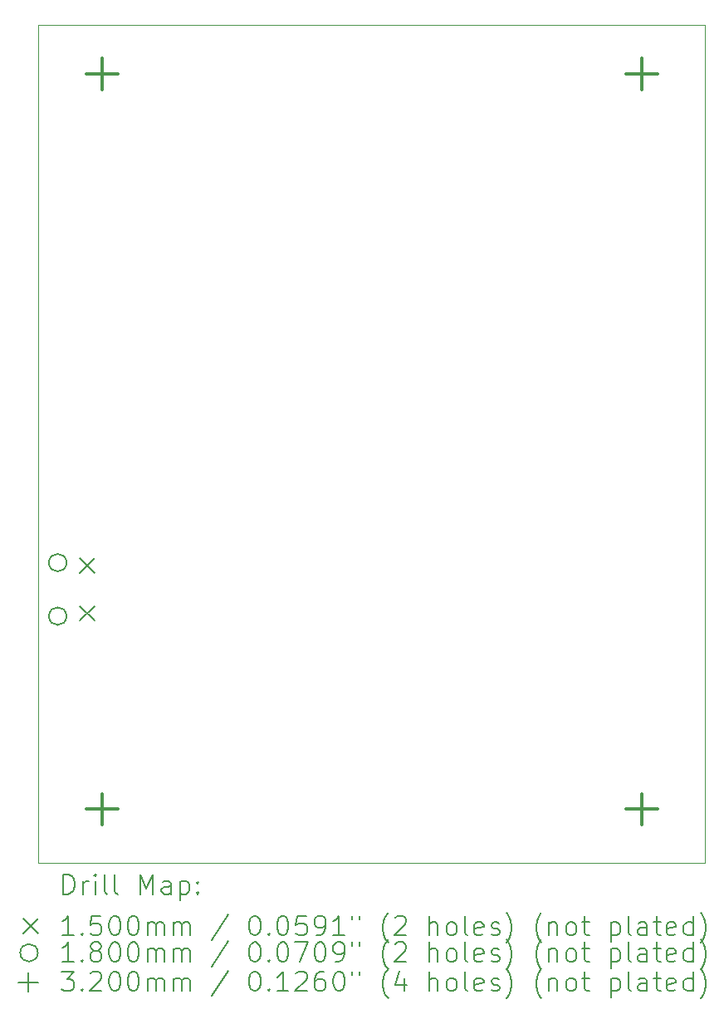
<source format=gbr>
%TF.GenerationSoftware,KiCad,Pcbnew,9.0.0*%
%TF.CreationDate,2025-05-15T15:19:50-04:00*%
%TF.ProjectId,blood_pressure,626c6f6f-645f-4707-9265-73737572652e,rev?*%
%TF.SameCoordinates,Original*%
%TF.FileFunction,Drillmap*%
%TF.FilePolarity,Positive*%
%FSLAX45Y45*%
G04 Gerber Fmt 4.5, Leading zero omitted, Abs format (unit mm)*
G04 Created by KiCad (PCBNEW 9.0.0) date 2025-05-15 15:19:50*
%MOMM*%
%LPD*%
G01*
G04 APERTURE LIST*
%ADD10C,0.050000*%
%ADD11C,0.200000*%
%ADD12C,0.150000*%
%ADD13C,0.180000*%
%ADD14C,0.320000*%
G04 APERTURE END LIST*
D10*
X10596000Y-2250000D02*
X10596000Y-10800000D01*
X10596000Y-2250000D02*
X17400000Y-2250000D01*
X17400000Y-10800000D02*
X17400000Y-2250000D01*
X10596000Y-10800000D02*
X17400000Y-10800000D01*
D11*
D12*
X11024000Y-7690910D02*
X11174000Y-7840910D01*
X11174000Y-7690910D02*
X11024000Y-7840910D01*
X11024000Y-8175910D02*
X11174000Y-8325910D01*
X11174000Y-8175910D02*
X11024000Y-8325910D01*
D13*
X10886000Y-7735910D02*
G75*
G02*
X10706000Y-7735910I-90000J0D01*
G01*
X10706000Y-7735910D02*
G75*
G02*
X10886000Y-7735910I90000J0D01*
G01*
X10886000Y-8280910D02*
G75*
G02*
X10706000Y-8280910I-90000J0D01*
G01*
X10706000Y-8280910D02*
G75*
G02*
X10886000Y-8280910I90000J0D01*
G01*
D14*
X11250000Y-2590000D02*
X11250000Y-2910000D01*
X11090000Y-2750000D02*
X11410000Y-2750000D01*
X11250000Y-10090000D02*
X11250000Y-10410000D01*
X11090000Y-10250000D02*
X11410000Y-10250000D01*
X16750000Y-2590000D02*
X16750000Y-2910000D01*
X16590000Y-2750000D02*
X16910000Y-2750000D01*
X16750000Y-10090000D02*
X16750000Y-10410000D01*
X16590000Y-10250000D02*
X16910000Y-10250000D01*
D11*
X10854277Y-11113984D02*
X10854277Y-10913984D01*
X10854277Y-10913984D02*
X10901896Y-10913984D01*
X10901896Y-10913984D02*
X10930467Y-10923508D01*
X10930467Y-10923508D02*
X10949515Y-10942555D01*
X10949515Y-10942555D02*
X10959039Y-10961603D01*
X10959039Y-10961603D02*
X10968563Y-10999698D01*
X10968563Y-10999698D02*
X10968563Y-11028270D01*
X10968563Y-11028270D02*
X10959039Y-11066365D01*
X10959039Y-11066365D02*
X10949515Y-11085412D01*
X10949515Y-11085412D02*
X10930467Y-11104460D01*
X10930467Y-11104460D02*
X10901896Y-11113984D01*
X10901896Y-11113984D02*
X10854277Y-11113984D01*
X11054277Y-11113984D02*
X11054277Y-10980650D01*
X11054277Y-11018746D02*
X11063801Y-10999698D01*
X11063801Y-10999698D02*
X11073324Y-10990174D01*
X11073324Y-10990174D02*
X11092372Y-10980650D01*
X11092372Y-10980650D02*
X11111420Y-10980650D01*
X11178086Y-11113984D02*
X11178086Y-10980650D01*
X11178086Y-10913984D02*
X11168563Y-10923508D01*
X11168563Y-10923508D02*
X11178086Y-10933031D01*
X11178086Y-10933031D02*
X11187610Y-10923508D01*
X11187610Y-10923508D02*
X11178086Y-10913984D01*
X11178086Y-10913984D02*
X11178086Y-10933031D01*
X11301896Y-11113984D02*
X11282848Y-11104460D01*
X11282848Y-11104460D02*
X11273324Y-11085412D01*
X11273324Y-11085412D02*
X11273324Y-10913984D01*
X11406658Y-11113984D02*
X11387610Y-11104460D01*
X11387610Y-11104460D02*
X11378086Y-11085412D01*
X11378086Y-11085412D02*
X11378086Y-10913984D01*
X11635229Y-11113984D02*
X11635229Y-10913984D01*
X11635229Y-10913984D02*
X11701896Y-11056841D01*
X11701896Y-11056841D02*
X11768562Y-10913984D01*
X11768562Y-10913984D02*
X11768562Y-11113984D01*
X11949515Y-11113984D02*
X11949515Y-11009222D01*
X11949515Y-11009222D02*
X11939991Y-10990174D01*
X11939991Y-10990174D02*
X11920943Y-10980650D01*
X11920943Y-10980650D02*
X11882848Y-10980650D01*
X11882848Y-10980650D02*
X11863801Y-10990174D01*
X11949515Y-11104460D02*
X11930467Y-11113984D01*
X11930467Y-11113984D02*
X11882848Y-11113984D01*
X11882848Y-11113984D02*
X11863801Y-11104460D01*
X11863801Y-11104460D02*
X11854277Y-11085412D01*
X11854277Y-11085412D02*
X11854277Y-11066365D01*
X11854277Y-11066365D02*
X11863801Y-11047317D01*
X11863801Y-11047317D02*
X11882848Y-11037793D01*
X11882848Y-11037793D02*
X11930467Y-11037793D01*
X11930467Y-11037793D02*
X11949515Y-11028270D01*
X12044753Y-10980650D02*
X12044753Y-11180650D01*
X12044753Y-10990174D02*
X12063801Y-10980650D01*
X12063801Y-10980650D02*
X12101896Y-10980650D01*
X12101896Y-10980650D02*
X12120943Y-10990174D01*
X12120943Y-10990174D02*
X12130467Y-10999698D01*
X12130467Y-10999698D02*
X12139991Y-11018746D01*
X12139991Y-11018746D02*
X12139991Y-11075889D01*
X12139991Y-11075889D02*
X12130467Y-11094936D01*
X12130467Y-11094936D02*
X12120943Y-11104460D01*
X12120943Y-11104460D02*
X12101896Y-11113984D01*
X12101896Y-11113984D02*
X12063801Y-11113984D01*
X12063801Y-11113984D02*
X12044753Y-11104460D01*
X12225705Y-11094936D02*
X12235229Y-11104460D01*
X12235229Y-11104460D02*
X12225705Y-11113984D01*
X12225705Y-11113984D02*
X12216182Y-11104460D01*
X12216182Y-11104460D02*
X12225705Y-11094936D01*
X12225705Y-11094936D02*
X12225705Y-11113984D01*
X12225705Y-10990174D02*
X12235229Y-10999698D01*
X12235229Y-10999698D02*
X12225705Y-11009222D01*
X12225705Y-11009222D02*
X12216182Y-10999698D01*
X12216182Y-10999698D02*
X12225705Y-10990174D01*
X12225705Y-10990174D02*
X12225705Y-11009222D01*
D12*
X10443500Y-11367500D02*
X10593500Y-11517500D01*
X10593500Y-11367500D02*
X10443500Y-11517500D01*
D11*
X10959039Y-11533984D02*
X10844753Y-11533984D01*
X10901896Y-11533984D02*
X10901896Y-11333984D01*
X10901896Y-11333984D02*
X10882848Y-11362555D01*
X10882848Y-11362555D02*
X10863801Y-11381603D01*
X10863801Y-11381603D02*
X10844753Y-11391127D01*
X11044753Y-11514936D02*
X11054277Y-11524460D01*
X11054277Y-11524460D02*
X11044753Y-11533984D01*
X11044753Y-11533984D02*
X11035229Y-11524460D01*
X11035229Y-11524460D02*
X11044753Y-11514936D01*
X11044753Y-11514936D02*
X11044753Y-11533984D01*
X11235229Y-11333984D02*
X11139991Y-11333984D01*
X11139991Y-11333984D02*
X11130467Y-11429222D01*
X11130467Y-11429222D02*
X11139991Y-11419698D01*
X11139991Y-11419698D02*
X11159039Y-11410174D01*
X11159039Y-11410174D02*
X11206658Y-11410174D01*
X11206658Y-11410174D02*
X11225705Y-11419698D01*
X11225705Y-11419698D02*
X11235229Y-11429222D01*
X11235229Y-11429222D02*
X11244753Y-11448269D01*
X11244753Y-11448269D02*
X11244753Y-11495888D01*
X11244753Y-11495888D02*
X11235229Y-11514936D01*
X11235229Y-11514936D02*
X11225705Y-11524460D01*
X11225705Y-11524460D02*
X11206658Y-11533984D01*
X11206658Y-11533984D02*
X11159039Y-11533984D01*
X11159039Y-11533984D02*
X11139991Y-11524460D01*
X11139991Y-11524460D02*
X11130467Y-11514936D01*
X11368562Y-11333984D02*
X11387610Y-11333984D01*
X11387610Y-11333984D02*
X11406658Y-11343508D01*
X11406658Y-11343508D02*
X11416182Y-11353031D01*
X11416182Y-11353031D02*
X11425705Y-11372079D01*
X11425705Y-11372079D02*
X11435229Y-11410174D01*
X11435229Y-11410174D02*
X11435229Y-11457793D01*
X11435229Y-11457793D02*
X11425705Y-11495888D01*
X11425705Y-11495888D02*
X11416182Y-11514936D01*
X11416182Y-11514936D02*
X11406658Y-11524460D01*
X11406658Y-11524460D02*
X11387610Y-11533984D01*
X11387610Y-11533984D02*
X11368562Y-11533984D01*
X11368562Y-11533984D02*
X11349515Y-11524460D01*
X11349515Y-11524460D02*
X11339991Y-11514936D01*
X11339991Y-11514936D02*
X11330467Y-11495888D01*
X11330467Y-11495888D02*
X11320943Y-11457793D01*
X11320943Y-11457793D02*
X11320943Y-11410174D01*
X11320943Y-11410174D02*
X11330467Y-11372079D01*
X11330467Y-11372079D02*
X11339991Y-11353031D01*
X11339991Y-11353031D02*
X11349515Y-11343508D01*
X11349515Y-11343508D02*
X11368562Y-11333984D01*
X11559039Y-11333984D02*
X11578086Y-11333984D01*
X11578086Y-11333984D02*
X11597134Y-11343508D01*
X11597134Y-11343508D02*
X11606658Y-11353031D01*
X11606658Y-11353031D02*
X11616182Y-11372079D01*
X11616182Y-11372079D02*
X11625705Y-11410174D01*
X11625705Y-11410174D02*
X11625705Y-11457793D01*
X11625705Y-11457793D02*
X11616182Y-11495888D01*
X11616182Y-11495888D02*
X11606658Y-11514936D01*
X11606658Y-11514936D02*
X11597134Y-11524460D01*
X11597134Y-11524460D02*
X11578086Y-11533984D01*
X11578086Y-11533984D02*
X11559039Y-11533984D01*
X11559039Y-11533984D02*
X11539991Y-11524460D01*
X11539991Y-11524460D02*
X11530467Y-11514936D01*
X11530467Y-11514936D02*
X11520943Y-11495888D01*
X11520943Y-11495888D02*
X11511420Y-11457793D01*
X11511420Y-11457793D02*
X11511420Y-11410174D01*
X11511420Y-11410174D02*
X11520943Y-11372079D01*
X11520943Y-11372079D02*
X11530467Y-11353031D01*
X11530467Y-11353031D02*
X11539991Y-11343508D01*
X11539991Y-11343508D02*
X11559039Y-11333984D01*
X11711420Y-11533984D02*
X11711420Y-11400650D01*
X11711420Y-11419698D02*
X11720943Y-11410174D01*
X11720943Y-11410174D02*
X11739991Y-11400650D01*
X11739991Y-11400650D02*
X11768563Y-11400650D01*
X11768563Y-11400650D02*
X11787610Y-11410174D01*
X11787610Y-11410174D02*
X11797134Y-11429222D01*
X11797134Y-11429222D02*
X11797134Y-11533984D01*
X11797134Y-11429222D02*
X11806658Y-11410174D01*
X11806658Y-11410174D02*
X11825705Y-11400650D01*
X11825705Y-11400650D02*
X11854277Y-11400650D01*
X11854277Y-11400650D02*
X11873324Y-11410174D01*
X11873324Y-11410174D02*
X11882848Y-11429222D01*
X11882848Y-11429222D02*
X11882848Y-11533984D01*
X11978086Y-11533984D02*
X11978086Y-11400650D01*
X11978086Y-11419698D02*
X11987610Y-11410174D01*
X11987610Y-11410174D02*
X12006658Y-11400650D01*
X12006658Y-11400650D02*
X12035229Y-11400650D01*
X12035229Y-11400650D02*
X12054277Y-11410174D01*
X12054277Y-11410174D02*
X12063801Y-11429222D01*
X12063801Y-11429222D02*
X12063801Y-11533984D01*
X12063801Y-11429222D02*
X12073324Y-11410174D01*
X12073324Y-11410174D02*
X12092372Y-11400650D01*
X12092372Y-11400650D02*
X12120943Y-11400650D01*
X12120943Y-11400650D02*
X12139991Y-11410174D01*
X12139991Y-11410174D02*
X12149515Y-11429222D01*
X12149515Y-11429222D02*
X12149515Y-11533984D01*
X12539991Y-11324460D02*
X12368563Y-11581603D01*
X12797134Y-11333984D02*
X12816182Y-11333984D01*
X12816182Y-11333984D02*
X12835229Y-11343508D01*
X12835229Y-11343508D02*
X12844753Y-11353031D01*
X12844753Y-11353031D02*
X12854277Y-11372079D01*
X12854277Y-11372079D02*
X12863801Y-11410174D01*
X12863801Y-11410174D02*
X12863801Y-11457793D01*
X12863801Y-11457793D02*
X12854277Y-11495888D01*
X12854277Y-11495888D02*
X12844753Y-11514936D01*
X12844753Y-11514936D02*
X12835229Y-11524460D01*
X12835229Y-11524460D02*
X12816182Y-11533984D01*
X12816182Y-11533984D02*
X12797134Y-11533984D01*
X12797134Y-11533984D02*
X12778086Y-11524460D01*
X12778086Y-11524460D02*
X12768563Y-11514936D01*
X12768563Y-11514936D02*
X12759039Y-11495888D01*
X12759039Y-11495888D02*
X12749515Y-11457793D01*
X12749515Y-11457793D02*
X12749515Y-11410174D01*
X12749515Y-11410174D02*
X12759039Y-11372079D01*
X12759039Y-11372079D02*
X12768563Y-11353031D01*
X12768563Y-11353031D02*
X12778086Y-11343508D01*
X12778086Y-11343508D02*
X12797134Y-11333984D01*
X12949515Y-11514936D02*
X12959039Y-11524460D01*
X12959039Y-11524460D02*
X12949515Y-11533984D01*
X12949515Y-11533984D02*
X12939991Y-11524460D01*
X12939991Y-11524460D02*
X12949515Y-11514936D01*
X12949515Y-11514936D02*
X12949515Y-11533984D01*
X13082848Y-11333984D02*
X13101896Y-11333984D01*
X13101896Y-11333984D02*
X13120944Y-11343508D01*
X13120944Y-11343508D02*
X13130467Y-11353031D01*
X13130467Y-11353031D02*
X13139991Y-11372079D01*
X13139991Y-11372079D02*
X13149515Y-11410174D01*
X13149515Y-11410174D02*
X13149515Y-11457793D01*
X13149515Y-11457793D02*
X13139991Y-11495888D01*
X13139991Y-11495888D02*
X13130467Y-11514936D01*
X13130467Y-11514936D02*
X13120944Y-11524460D01*
X13120944Y-11524460D02*
X13101896Y-11533984D01*
X13101896Y-11533984D02*
X13082848Y-11533984D01*
X13082848Y-11533984D02*
X13063801Y-11524460D01*
X13063801Y-11524460D02*
X13054277Y-11514936D01*
X13054277Y-11514936D02*
X13044753Y-11495888D01*
X13044753Y-11495888D02*
X13035229Y-11457793D01*
X13035229Y-11457793D02*
X13035229Y-11410174D01*
X13035229Y-11410174D02*
X13044753Y-11372079D01*
X13044753Y-11372079D02*
X13054277Y-11353031D01*
X13054277Y-11353031D02*
X13063801Y-11343508D01*
X13063801Y-11343508D02*
X13082848Y-11333984D01*
X13330467Y-11333984D02*
X13235229Y-11333984D01*
X13235229Y-11333984D02*
X13225706Y-11429222D01*
X13225706Y-11429222D02*
X13235229Y-11419698D01*
X13235229Y-11419698D02*
X13254277Y-11410174D01*
X13254277Y-11410174D02*
X13301896Y-11410174D01*
X13301896Y-11410174D02*
X13320944Y-11419698D01*
X13320944Y-11419698D02*
X13330467Y-11429222D01*
X13330467Y-11429222D02*
X13339991Y-11448269D01*
X13339991Y-11448269D02*
X13339991Y-11495888D01*
X13339991Y-11495888D02*
X13330467Y-11514936D01*
X13330467Y-11514936D02*
X13320944Y-11524460D01*
X13320944Y-11524460D02*
X13301896Y-11533984D01*
X13301896Y-11533984D02*
X13254277Y-11533984D01*
X13254277Y-11533984D02*
X13235229Y-11524460D01*
X13235229Y-11524460D02*
X13225706Y-11514936D01*
X13435229Y-11533984D02*
X13473325Y-11533984D01*
X13473325Y-11533984D02*
X13492372Y-11524460D01*
X13492372Y-11524460D02*
X13501896Y-11514936D01*
X13501896Y-11514936D02*
X13520944Y-11486365D01*
X13520944Y-11486365D02*
X13530467Y-11448269D01*
X13530467Y-11448269D02*
X13530467Y-11372079D01*
X13530467Y-11372079D02*
X13520944Y-11353031D01*
X13520944Y-11353031D02*
X13511420Y-11343508D01*
X13511420Y-11343508D02*
X13492372Y-11333984D01*
X13492372Y-11333984D02*
X13454277Y-11333984D01*
X13454277Y-11333984D02*
X13435229Y-11343508D01*
X13435229Y-11343508D02*
X13425706Y-11353031D01*
X13425706Y-11353031D02*
X13416182Y-11372079D01*
X13416182Y-11372079D02*
X13416182Y-11419698D01*
X13416182Y-11419698D02*
X13425706Y-11438746D01*
X13425706Y-11438746D02*
X13435229Y-11448269D01*
X13435229Y-11448269D02*
X13454277Y-11457793D01*
X13454277Y-11457793D02*
X13492372Y-11457793D01*
X13492372Y-11457793D02*
X13511420Y-11448269D01*
X13511420Y-11448269D02*
X13520944Y-11438746D01*
X13520944Y-11438746D02*
X13530467Y-11419698D01*
X13720944Y-11533984D02*
X13606658Y-11533984D01*
X13663801Y-11533984D02*
X13663801Y-11333984D01*
X13663801Y-11333984D02*
X13644753Y-11362555D01*
X13644753Y-11362555D02*
X13625706Y-11381603D01*
X13625706Y-11381603D02*
X13606658Y-11391127D01*
X13797134Y-11333984D02*
X13797134Y-11372079D01*
X13873325Y-11333984D02*
X13873325Y-11372079D01*
X14168563Y-11610174D02*
X14159039Y-11600650D01*
X14159039Y-11600650D02*
X14139991Y-11572079D01*
X14139991Y-11572079D02*
X14130468Y-11553031D01*
X14130468Y-11553031D02*
X14120944Y-11524460D01*
X14120944Y-11524460D02*
X14111420Y-11476841D01*
X14111420Y-11476841D02*
X14111420Y-11438746D01*
X14111420Y-11438746D02*
X14120944Y-11391127D01*
X14120944Y-11391127D02*
X14130468Y-11362555D01*
X14130468Y-11362555D02*
X14139991Y-11343508D01*
X14139991Y-11343508D02*
X14159039Y-11314936D01*
X14159039Y-11314936D02*
X14168563Y-11305412D01*
X14235229Y-11353031D02*
X14244753Y-11343508D01*
X14244753Y-11343508D02*
X14263801Y-11333984D01*
X14263801Y-11333984D02*
X14311420Y-11333984D01*
X14311420Y-11333984D02*
X14330468Y-11343508D01*
X14330468Y-11343508D02*
X14339991Y-11353031D01*
X14339991Y-11353031D02*
X14349515Y-11372079D01*
X14349515Y-11372079D02*
X14349515Y-11391127D01*
X14349515Y-11391127D02*
X14339991Y-11419698D01*
X14339991Y-11419698D02*
X14225706Y-11533984D01*
X14225706Y-11533984D02*
X14349515Y-11533984D01*
X14587610Y-11533984D02*
X14587610Y-11333984D01*
X14673325Y-11533984D02*
X14673325Y-11429222D01*
X14673325Y-11429222D02*
X14663801Y-11410174D01*
X14663801Y-11410174D02*
X14644753Y-11400650D01*
X14644753Y-11400650D02*
X14616182Y-11400650D01*
X14616182Y-11400650D02*
X14597134Y-11410174D01*
X14597134Y-11410174D02*
X14587610Y-11419698D01*
X14797134Y-11533984D02*
X14778087Y-11524460D01*
X14778087Y-11524460D02*
X14768563Y-11514936D01*
X14768563Y-11514936D02*
X14759039Y-11495888D01*
X14759039Y-11495888D02*
X14759039Y-11438746D01*
X14759039Y-11438746D02*
X14768563Y-11419698D01*
X14768563Y-11419698D02*
X14778087Y-11410174D01*
X14778087Y-11410174D02*
X14797134Y-11400650D01*
X14797134Y-11400650D02*
X14825706Y-11400650D01*
X14825706Y-11400650D02*
X14844753Y-11410174D01*
X14844753Y-11410174D02*
X14854277Y-11419698D01*
X14854277Y-11419698D02*
X14863801Y-11438746D01*
X14863801Y-11438746D02*
X14863801Y-11495888D01*
X14863801Y-11495888D02*
X14854277Y-11514936D01*
X14854277Y-11514936D02*
X14844753Y-11524460D01*
X14844753Y-11524460D02*
X14825706Y-11533984D01*
X14825706Y-11533984D02*
X14797134Y-11533984D01*
X14978087Y-11533984D02*
X14959039Y-11524460D01*
X14959039Y-11524460D02*
X14949515Y-11505412D01*
X14949515Y-11505412D02*
X14949515Y-11333984D01*
X15130468Y-11524460D02*
X15111420Y-11533984D01*
X15111420Y-11533984D02*
X15073325Y-11533984D01*
X15073325Y-11533984D02*
X15054277Y-11524460D01*
X15054277Y-11524460D02*
X15044753Y-11505412D01*
X15044753Y-11505412D02*
X15044753Y-11429222D01*
X15044753Y-11429222D02*
X15054277Y-11410174D01*
X15054277Y-11410174D02*
X15073325Y-11400650D01*
X15073325Y-11400650D02*
X15111420Y-11400650D01*
X15111420Y-11400650D02*
X15130468Y-11410174D01*
X15130468Y-11410174D02*
X15139991Y-11429222D01*
X15139991Y-11429222D02*
X15139991Y-11448269D01*
X15139991Y-11448269D02*
X15044753Y-11467317D01*
X15216182Y-11524460D02*
X15235230Y-11533984D01*
X15235230Y-11533984D02*
X15273325Y-11533984D01*
X15273325Y-11533984D02*
X15292372Y-11524460D01*
X15292372Y-11524460D02*
X15301896Y-11505412D01*
X15301896Y-11505412D02*
X15301896Y-11495888D01*
X15301896Y-11495888D02*
X15292372Y-11476841D01*
X15292372Y-11476841D02*
X15273325Y-11467317D01*
X15273325Y-11467317D02*
X15244753Y-11467317D01*
X15244753Y-11467317D02*
X15225706Y-11457793D01*
X15225706Y-11457793D02*
X15216182Y-11438746D01*
X15216182Y-11438746D02*
X15216182Y-11429222D01*
X15216182Y-11429222D02*
X15225706Y-11410174D01*
X15225706Y-11410174D02*
X15244753Y-11400650D01*
X15244753Y-11400650D02*
X15273325Y-11400650D01*
X15273325Y-11400650D02*
X15292372Y-11410174D01*
X15368563Y-11610174D02*
X15378087Y-11600650D01*
X15378087Y-11600650D02*
X15397134Y-11572079D01*
X15397134Y-11572079D02*
X15406658Y-11553031D01*
X15406658Y-11553031D02*
X15416182Y-11524460D01*
X15416182Y-11524460D02*
X15425706Y-11476841D01*
X15425706Y-11476841D02*
X15425706Y-11438746D01*
X15425706Y-11438746D02*
X15416182Y-11391127D01*
X15416182Y-11391127D02*
X15406658Y-11362555D01*
X15406658Y-11362555D02*
X15397134Y-11343508D01*
X15397134Y-11343508D02*
X15378087Y-11314936D01*
X15378087Y-11314936D02*
X15368563Y-11305412D01*
X15730468Y-11610174D02*
X15720944Y-11600650D01*
X15720944Y-11600650D02*
X15701896Y-11572079D01*
X15701896Y-11572079D02*
X15692372Y-11553031D01*
X15692372Y-11553031D02*
X15682849Y-11524460D01*
X15682849Y-11524460D02*
X15673325Y-11476841D01*
X15673325Y-11476841D02*
X15673325Y-11438746D01*
X15673325Y-11438746D02*
X15682849Y-11391127D01*
X15682849Y-11391127D02*
X15692372Y-11362555D01*
X15692372Y-11362555D02*
X15701896Y-11343508D01*
X15701896Y-11343508D02*
X15720944Y-11314936D01*
X15720944Y-11314936D02*
X15730468Y-11305412D01*
X15806658Y-11400650D02*
X15806658Y-11533984D01*
X15806658Y-11419698D02*
X15816182Y-11410174D01*
X15816182Y-11410174D02*
X15835230Y-11400650D01*
X15835230Y-11400650D02*
X15863801Y-11400650D01*
X15863801Y-11400650D02*
X15882849Y-11410174D01*
X15882849Y-11410174D02*
X15892372Y-11429222D01*
X15892372Y-11429222D02*
X15892372Y-11533984D01*
X16016182Y-11533984D02*
X15997134Y-11524460D01*
X15997134Y-11524460D02*
X15987611Y-11514936D01*
X15987611Y-11514936D02*
X15978087Y-11495888D01*
X15978087Y-11495888D02*
X15978087Y-11438746D01*
X15978087Y-11438746D02*
X15987611Y-11419698D01*
X15987611Y-11419698D02*
X15997134Y-11410174D01*
X15997134Y-11410174D02*
X16016182Y-11400650D01*
X16016182Y-11400650D02*
X16044753Y-11400650D01*
X16044753Y-11400650D02*
X16063801Y-11410174D01*
X16063801Y-11410174D02*
X16073325Y-11419698D01*
X16073325Y-11419698D02*
X16082849Y-11438746D01*
X16082849Y-11438746D02*
X16082849Y-11495888D01*
X16082849Y-11495888D02*
X16073325Y-11514936D01*
X16073325Y-11514936D02*
X16063801Y-11524460D01*
X16063801Y-11524460D02*
X16044753Y-11533984D01*
X16044753Y-11533984D02*
X16016182Y-11533984D01*
X16139992Y-11400650D02*
X16216182Y-11400650D01*
X16168563Y-11333984D02*
X16168563Y-11505412D01*
X16168563Y-11505412D02*
X16178087Y-11524460D01*
X16178087Y-11524460D02*
X16197134Y-11533984D01*
X16197134Y-11533984D02*
X16216182Y-11533984D01*
X16435230Y-11400650D02*
X16435230Y-11600650D01*
X16435230Y-11410174D02*
X16454277Y-11400650D01*
X16454277Y-11400650D02*
X16492373Y-11400650D01*
X16492373Y-11400650D02*
X16511420Y-11410174D01*
X16511420Y-11410174D02*
X16520944Y-11419698D01*
X16520944Y-11419698D02*
X16530468Y-11438746D01*
X16530468Y-11438746D02*
X16530468Y-11495888D01*
X16530468Y-11495888D02*
X16520944Y-11514936D01*
X16520944Y-11514936D02*
X16511420Y-11524460D01*
X16511420Y-11524460D02*
X16492373Y-11533984D01*
X16492373Y-11533984D02*
X16454277Y-11533984D01*
X16454277Y-11533984D02*
X16435230Y-11524460D01*
X16644753Y-11533984D02*
X16625706Y-11524460D01*
X16625706Y-11524460D02*
X16616182Y-11505412D01*
X16616182Y-11505412D02*
X16616182Y-11333984D01*
X16806658Y-11533984D02*
X16806658Y-11429222D01*
X16806658Y-11429222D02*
X16797135Y-11410174D01*
X16797135Y-11410174D02*
X16778087Y-11400650D01*
X16778087Y-11400650D02*
X16739992Y-11400650D01*
X16739992Y-11400650D02*
X16720944Y-11410174D01*
X16806658Y-11524460D02*
X16787611Y-11533984D01*
X16787611Y-11533984D02*
X16739992Y-11533984D01*
X16739992Y-11533984D02*
X16720944Y-11524460D01*
X16720944Y-11524460D02*
X16711420Y-11505412D01*
X16711420Y-11505412D02*
X16711420Y-11486365D01*
X16711420Y-11486365D02*
X16720944Y-11467317D01*
X16720944Y-11467317D02*
X16739992Y-11457793D01*
X16739992Y-11457793D02*
X16787611Y-11457793D01*
X16787611Y-11457793D02*
X16806658Y-11448269D01*
X16873325Y-11400650D02*
X16949515Y-11400650D01*
X16901896Y-11333984D02*
X16901896Y-11505412D01*
X16901896Y-11505412D02*
X16911420Y-11524460D01*
X16911420Y-11524460D02*
X16930468Y-11533984D01*
X16930468Y-11533984D02*
X16949515Y-11533984D01*
X17092373Y-11524460D02*
X17073325Y-11533984D01*
X17073325Y-11533984D02*
X17035230Y-11533984D01*
X17035230Y-11533984D02*
X17016182Y-11524460D01*
X17016182Y-11524460D02*
X17006658Y-11505412D01*
X17006658Y-11505412D02*
X17006658Y-11429222D01*
X17006658Y-11429222D02*
X17016182Y-11410174D01*
X17016182Y-11410174D02*
X17035230Y-11400650D01*
X17035230Y-11400650D02*
X17073325Y-11400650D01*
X17073325Y-11400650D02*
X17092373Y-11410174D01*
X17092373Y-11410174D02*
X17101896Y-11429222D01*
X17101896Y-11429222D02*
X17101896Y-11448269D01*
X17101896Y-11448269D02*
X17006658Y-11467317D01*
X17273325Y-11533984D02*
X17273325Y-11333984D01*
X17273325Y-11524460D02*
X17254277Y-11533984D01*
X17254277Y-11533984D02*
X17216182Y-11533984D01*
X17216182Y-11533984D02*
X17197135Y-11524460D01*
X17197135Y-11524460D02*
X17187611Y-11514936D01*
X17187611Y-11514936D02*
X17178087Y-11495888D01*
X17178087Y-11495888D02*
X17178087Y-11438746D01*
X17178087Y-11438746D02*
X17187611Y-11419698D01*
X17187611Y-11419698D02*
X17197135Y-11410174D01*
X17197135Y-11410174D02*
X17216182Y-11400650D01*
X17216182Y-11400650D02*
X17254277Y-11400650D01*
X17254277Y-11400650D02*
X17273325Y-11410174D01*
X17349516Y-11610174D02*
X17359039Y-11600650D01*
X17359039Y-11600650D02*
X17378087Y-11572079D01*
X17378087Y-11572079D02*
X17387611Y-11553031D01*
X17387611Y-11553031D02*
X17397135Y-11524460D01*
X17397135Y-11524460D02*
X17406658Y-11476841D01*
X17406658Y-11476841D02*
X17406658Y-11438746D01*
X17406658Y-11438746D02*
X17397135Y-11391127D01*
X17397135Y-11391127D02*
X17387611Y-11362555D01*
X17387611Y-11362555D02*
X17378087Y-11343508D01*
X17378087Y-11343508D02*
X17359039Y-11314936D01*
X17359039Y-11314936D02*
X17349516Y-11305412D01*
D13*
X10593500Y-11712500D02*
G75*
G02*
X10413500Y-11712500I-90000J0D01*
G01*
X10413500Y-11712500D02*
G75*
G02*
X10593500Y-11712500I90000J0D01*
G01*
D11*
X10959039Y-11803984D02*
X10844753Y-11803984D01*
X10901896Y-11803984D02*
X10901896Y-11603984D01*
X10901896Y-11603984D02*
X10882848Y-11632555D01*
X10882848Y-11632555D02*
X10863801Y-11651603D01*
X10863801Y-11651603D02*
X10844753Y-11661127D01*
X11044753Y-11784936D02*
X11054277Y-11794460D01*
X11054277Y-11794460D02*
X11044753Y-11803984D01*
X11044753Y-11803984D02*
X11035229Y-11794460D01*
X11035229Y-11794460D02*
X11044753Y-11784936D01*
X11044753Y-11784936D02*
X11044753Y-11803984D01*
X11168563Y-11689698D02*
X11149515Y-11680174D01*
X11149515Y-11680174D02*
X11139991Y-11670650D01*
X11139991Y-11670650D02*
X11130467Y-11651603D01*
X11130467Y-11651603D02*
X11130467Y-11642079D01*
X11130467Y-11642079D02*
X11139991Y-11623031D01*
X11139991Y-11623031D02*
X11149515Y-11613508D01*
X11149515Y-11613508D02*
X11168563Y-11603984D01*
X11168563Y-11603984D02*
X11206658Y-11603984D01*
X11206658Y-11603984D02*
X11225705Y-11613508D01*
X11225705Y-11613508D02*
X11235229Y-11623031D01*
X11235229Y-11623031D02*
X11244753Y-11642079D01*
X11244753Y-11642079D02*
X11244753Y-11651603D01*
X11244753Y-11651603D02*
X11235229Y-11670650D01*
X11235229Y-11670650D02*
X11225705Y-11680174D01*
X11225705Y-11680174D02*
X11206658Y-11689698D01*
X11206658Y-11689698D02*
X11168563Y-11689698D01*
X11168563Y-11689698D02*
X11149515Y-11699222D01*
X11149515Y-11699222D02*
X11139991Y-11708746D01*
X11139991Y-11708746D02*
X11130467Y-11727793D01*
X11130467Y-11727793D02*
X11130467Y-11765888D01*
X11130467Y-11765888D02*
X11139991Y-11784936D01*
X11139991Y-11784936D02*
X11149515Y-11794460D01*
X11149515Y-11794460D02*
X11168563Y-11803984D01*
X11168563Y-11803984D02*
X11206658Y-11803984D01*
X11206658Y-11803984D02*
X11225705Y-11794460D01*
X11225705Y-11794460D02*
X11235229Y-11784936D01*
X11235229Y-11784936D02*
X11244753Y-11765888D01*
X11244753Y-11765888D02*
X11244753Y-11727793D01*
X11244753Y-11727793D02*
X11235229Y-11708746D01*
X11235229Y-11708746D02*
X11225705Y-11699222D01*
X11225705Y-11699222D02*
X11206658Y-11689698D01*
X11368562Y-11603984D02*
X11387610Y-11603984D01*
X11387610Y-11603984D02*
X11406658Y-11613508D01*
X11406658Y-11613508D02*
X11416182Y-11623031D01*
X11416182Y-11623031D02*
X11425705Y-11642079D01*
X11425705Y-11642079D02*
X11435229Y-11680174D01*
X11435229Y-11680174D02*
X11435229Y-11727793D01*
X11435229Y-11727793D02*
X11425705Y-11765888D01*
X11425705Y-11765888D02*
X11416182Y-11784936D01*
X11416182Y-11784936D02*
X11406658Y-11794460D01*
X11406658Y-11794460D02*
X11387610Y-11803984D01*
X11387610Y-11803984D02*
X11368562Y-11803984D01*
X11368562Y-11803984D02*
X11349515Y-11794460D01*
X11349515Y-11794460D02*
X11339991Y-11784936D01*
X11339991Y-11784936D02*
X11330467Y-11765888D01*
X11330467Y-11765888D02*
X11320943Y-11727793D01*
X11320943Y-11727793D02*
X11320943Y-11680174D01*
X11320943Y-11680174D02*
X11330467Y-11642079D01*
X11330467Y-11642079D02*
X11339991Y-11623031D01*
X11339991Y-11623031D02*
X11349515Y-11613508D01*
X11349515Y-11613508D02*
X11368562Y-11603984D01*
X11559039Y-11603984D02*
X11578086Y-11603984D01*
X11578086Y-11603984D02*
X11597134Y-11613508D01*
X11597134Y-11613508D02*
X11606658Y-11623031D01*
X11606658Y-11623031D02*
X11616182Y-11642079D01*
X11616182Y-11642079D02*
X11625705Y-11680174D01*
X11625705Y-11680174D02*
X11625705Y-11727793D01*
X11625705Y-11727793D02*
X11616182Y-11765888D01*
X11616182Y-11765888D02*
X11606658Y-11784936D01*
X11606658Y-11784936D02*
X11597134Y-11794460D01*
X11597134Y-11794460D02*
X11578086Y-11803984D01*
X11578086Y-11803984D02*
X11559039Y-11803984D01*
X11559039Y-11803984D02*
X11539991Y-11794460D01*
X11539991Y-11794460D02*
X11530467Y-11784936D01*
X11530467Y-11784936D02*
X11520943Y-11765888D01*
X11520943Y-11765888D02*
X11511420Y-11727793D01*
X11511420Y-11727793D02*
X11511420Y-11680174D01*
X11511420Y-11680174D02*
X11520943Y-11642079D01*
X11520943Y-11642079D02*
X11530467Y-11623031D01*
X11530467Y-11623031D02*
X11539991Y-11613508D01*
X11539991Y-11613508D02*
X11559039Y-11603984D01*
X11711420Y-11803984D02*
X11711420Y-11670650D01*
X11711420Y-11689698D02*
X11720943Y-11680174D01*
X11720943Y-11680174D02*
X11739991Y-11670650D01*
X11739991Y-11670650D02*
X11768563Y-11670650D01*
X11768563Y-11670650D02*
X11787610Y-11680174D01*
X11787610Y-11680174D02*
X11797134Y-11699222D01*
X11797134Y-11699222D02*
X11797134Y-11803984D01*
X11797134Y-11699222D02*
X11806658Y-11680174D01*
X11806658Y-11680174D02*
X11825705Y-11670650D01*
X11825705Y-11670650D02*
X11854277Y-11670650D01*
X11854277Y-11670650D02*
X11873324Y-11680174D01*
X11873324Y-11680174D02*
X11882848Y-11699222D01*
X11882848Y-11699222D02*
X11882848Y-11803984D01*
X11978086Y-11803984D02*
X11978086Y-11670650D01*
X11978086Y-11689698D02*
X11987610Y-11680174D01*
X11987610Y-11680174D02*
X12006658Y-11670650D01*
X12006658Y-11670650D02*
X12035229Y-11670650D01*
X12035229Y-11670650D02*
X12054277Y-11680174D01*
X12054277Y-11680174D02*
X12063801Y-11699222D01*
X12063801Y-11699222D02*
X12063801Y-11803984D01*
X12063801Y-11699222D02*
X12073324Y-11680174D01*
X12073324Y-11680174D02*
X12092372Y-11670650D01*
X12092372Y-11670650D02*
X12120943Y-11670650D01*
X12120943Y-11670650D02*
X12139991Y-11680174D01*
X12139991Y-11680174D02*
X12149515Y-11699222D01*
X12149515Y-11699222D02*
X12149515Y-11803984D01*
X12539991Y-11594460D02*
X12368563Y-11851603D01*
X12797134Y-11603984D02*
X12816182Y-11603984D01*
X12816182Y-11603984D02*
X12835229Y-11613508D01*
X12835229Y-11613508D02*
X12844753Y-11623031D01*
X12844753Y-11623031D02*
X12854277Y-11642079D01*
X12854277Y-11642079D02*
X12863801Y-11680174D01*
X12863801Y-11680174D02*
X12863801Y-11727793D01*
X12863801Y-11727793D02*
X12854277Y-11765888D01*
X12854277Y-11765888D02*
X12844753Y-11784936D01*
X12844753Y-11784936D02*
X12835229Y-11794460D01*
X12835229Y-11794460D02*
X12816182Y-11803984D01*
X12816182Y-11803984D02*
X12797134Y-11803984D01*
X12797134Y-11803984D02*
X12778086Y-11794460D01*
X12778086Y-11794460D02*
X12768563Y-11784936D01*
X12768563Y-11784936D02*
X12759039Y-11765888D01*
X12759039Y-11765888D02*
X12749515Y-11727793D01*
X12749515Y-11727793D02*
X12749515Y-11680174D01*
X12749515Y-11680174D02*
X12759039Y-11642079D01*
X12759039Y-11642079D02*
X12768563Y-11623031D01*
X12768563Y-11623031D02*
X12778086Y-11613508D01*
X12778086Y-11613508D02*
X12797134Y-11603984D01*
X12949515Y-11784936D02*
X12959039Y-11794460D01*
X12959039Y-11794460D02*
X12949515Y-11803984D01*
X12949515Y-11803984D02*
X12939991Y-11794460D01*
X12939991Y-11794460D02*
X12949515Y-11784936D01*
X12949515Y-11784936D02*
X12949515Y-11803984D01*
X13082848Y-11603984D02*
X13101896Y-11603984D01*
X13101896Y-11603984D02*
X13120944Y-11613508D01*
X13120944Y-11613508D02*
X13130467Y-11623031D01*
X13130467Y-11623031D02*
X13139991Y-11642079D01*
X13139991Y-11642079D02*
X13149515Y-11680174D01*
X13149515Y-11680174D02*
X13149515Y-11727793D01*
X13149515Y-11727793D02*
X13139991Y-11765888D01*
X13139991Y-11765888D02*
X13130467Y-11784936D01*
X13130467Y-11784936D02*
X13120944Y-11794460D01*
X13120944Y-11794460D02*
X13101896Y-11803984D01*
X13101896Y-11803984D02*
X13082848Y-11803984D01*
X13082848Y-11803984D02*
X13063801Y-11794460D01*
X13063801Y-11794460D02*
X13054277Y-11784936D01*
X13054277Y-11784936D02*
X13044753Y-11765888D01*
X13044753Y-11765888D02*
X13035229Y-11727793D01*
X13035229Y-11727793D02*
X13035229Y-11680174D01*
X13035229Y-11680174D02*
X13044753Y-11642079D01*
X13044753Y-11642079D02*
X13054277Y-11623031D01*
X13054277Y-11623031D02*
X13063801Y-11613508D01*
X13063801Y-11613508D02*
X13082848Y-11603984D01*
X13216182Y-11603984D02*
X13349515Y-11603984D01*
X13349515Y-11603984D02*
X13263801Y-11803984D01*
X13463801Y-11603984D02*
X13482848Y-11603984D01*
X13482848Y-11603984D02*
X13501896Y-11613508D01*
X13501896Y-11613508D02*
X13511420Y-11623031D01*
X13511420Y-11623031D02*
X13520944Y-11642079D01*
X13520944Y-11642079D02*
X13530467Y-11680174D01*
X13530467Y-11680174D02*
X13530467Y-11727793D01*
X13530467Y-11727793D02*
X13520944Y-11765888D01*
X13520944Y-11765888D02*
X13511420Y-11784936D01*
X13511420Y-11784936D02*
X13501896Y-11794460D01*
X13501896Y-11794460D02*
X13482848Y-11803984D01*
X13482848Y-11803984D02*
X13463801Y-11803984D01*
X13463801Y-11803984D02*
X13444753Y-11794460D01*
X13444753Y-11794460D02*
X13435229Y-11784936D01*
X13435229Y-11784936D02*
X13425706Y-11765888D01*
X13425706Y-11765888D02*
X13416182Y-11727793D01*
X13416182Y-11727793D02*
X13416182Y-11680174D01*
X13416182Y-11680174D02*
X13425706Y-11642079D01*
X13425706Y-11642079D02*
X13435229Y-11623031D01*
X13435229Y-11623031D02*
X13444753Y-11613508D01*
X13444753Y-11613508D02*
X13463801Y-11603984D01*
X13625706Y-11803984D02*
X13663801Y-11803984D01*
X13663801Y-11803984D02*
X13682848Y-11794460D01*
X13682848Y-11794460D02*
X13692372Y-11784936D01*
X13692372Y-11784936D02*
X13711420Y-11756365D01*
X13711420Y-11756365D02*
X13720944Y-11718269D01*
X13720944Y-11718269D02*
X13720944Y-11642079D01*
X13720944Y-11642079D02*
X13711420Y-11623031D01*
X13711420Y-11623031D02*
X13701896Y-11613508D01*
X13701896Y-11613508D02*
X13682848Y-11603984D01*
X13682848Y-11603984D02*
X13644753Y-11603984D01*
X13644753Y-11603984D02*
X13625706Y-11613508D01*
X13625706Y-11613508D02*
X13616182Y-11623031D01*
X13616182Y-11623031D02*
X13606658Y-11642079D01*
X13606658Y-11642079D02*
X13606658Y-11689698D01*
X13606658Y-11689698D02*
X13616182Y-11708746D01*
X13616182Y-11708746D02*
X13625706Y-11718269D01*
X13625706Y-11718269D02*
X13644753Y-11727793D01*
X13644753Y-11727793D02*
X13682848Y-11727793D01*
X13682848Y-11727793D02*
X13701896Y-11718269D01*
X13701896Y-11718269D02*
X13711420Y-11708746D01*
X13711420Y-11708746D02*
X13720944Y-11689698D01*
X13797134Y-11603984D02*
X13797134Y-11642079D01*
X13873325Y-11603984D02*
X13873325Y-11642079D01*
X14168563Y-11880174D02*
X14159039Y-11870650D01*
X14159039Y-11870650D02*
X14139991Y-11842079D01*
X14139991Y-11842079D02*
X14130468Y-11823031D01*
X14130468Y-11823031D02*
X14120944Y-11794460D01*
X14120944Y-11794460D02*
X14111420Y-11746841D01*
X14111420Y-11746841D02*
X14111420Y-11708746D01*
X14111420Y-11708746D02*
X14120944Y-11661127D01*
X14120944Y-11661127D02*
X14130468Y-11632555D01*
X14130468Y-11632555D02*
X14139991Y-11613508D01*
X14139991Y-11613508D02*
X14159039Y-11584936D01*
X14159039Y-11584936D02*
X14168563Y-11575412D01*
X14235229Y-11623031D02*
X14244753Y-11613508D01*
X14244753Y-11613508D02*
X14263801Y-11603984D01*
X14263801Y-11603984D02*
X14311420Y-11603984D01*
X14311420Y-11603984D02*
X14330468Y-11613508D01*
X14330468Y-11613508D02*
X14339991Y-11623031D01*
X14339991Y-11623031D02*
X14349515Y-11642079D01*
X14349515Y-11642079D02*
X14349515Y-11661127D01*
X14349515Y-11661127D02*
X14339991Y-11689698D01*
X14339991Y-11689698D02*
X14225706Y-11803984D01*
X14225706Y-11803984D02*
X14349515Y-11803984D01*
X14587610Y-11803984D02*
X14587610Y-11603984D01*
X14673325Y-11803984D02*
X14673325Y-11699222D01*
X14673325Y-11699222D02*
X14663801Y-11680174D01*
X14663801Y-11680174D02*
X14644753Y-11670650D01*
X14644753Y-11670650D02*
X14616182Y-11670650D01*
X14616182Y-11670650D02*
X14597134Y-11680174D01*
X14597134Y-11680174D02*
X14587610Y-11689698D01*
X14797134Y-11803984D02*
X14778087Y-11794460D01*
X14778087Y-11794460D02*
X14768563Y-11784936D01*
X14768563Y-11784936D02*
X14759039Y-11765888D01*
X14759039Y-11765888D02*
X14759039Y-11708746D01*
X14759039Y-11708746D02*
X14768563Y-11689698D01*
X14768563Y-11689698D02*
X14778087Y-11680174D01*
X14778087Y-11680174D02*
X14797134Y-11670650D01*
X14797134Y-11670650D02*
X14825706Y-11670650D01*
X14825706Y-11670650D02*
X14844753Y-11680174D01*
X14844753Y-11680174D02*
X14854277Y-11689698D01*
X14854277Y-11689698D02*
X14863801Y-11708746D01*
X14863801Y-11708746D02*
X14863801Y-11765888D01*
X14863801Y-11765888D02*
X14854277Y-11784936D01*
X14854277Y-11784936D02*
X14844753Y-11794460D01*
X14844753Y-11794460D02*
X14825706Y-11803984D01*
X14825706Y-11803984D02*
X14797134Y-11803984D01*
X14978087Y-11803984D02*
X14959039Y-11794460D01*
X14959039Y-11794460D02*
X14949515Y-11775412D01*
X14949515Y-11775412D02*
X14949515Y-11603984D01*
X15130468Y-11794460D02*
X15111420Y-11803984D01*
X15111420Y-11803984D02*
X15073325Y-11803984D01*
X15073325Y-11803984D02*
X15054277Y-11794460D01*
X15054277Y-11794460D02*
X15044753Y-11775412D01*
X15044753Y-11775412D02*
X15044753Y-11699222D01*
X15044753Y-11699222D02*
X15054277Y-11680174D01*
X15054277Y-11680174D02*
X15073325Y-11670650D01*
X15073325Y-11670650D02*
X15111420Y-11670650D01*
X15111420Y-11670650D02*
X15130468Y-11680174D01*
X15130468Y-11680174D02*
X15139991Y-11699222D01*
X15139991Y-11699222D02*
X15139991Y-11718269D01*
X15139991Y-11718269D02*
X15044753Y-11737317D01*
X15216182Y-11794460D02*
X15235230Y-11803984D01*
X15235230Y-11803984D02*
X15273325Y-11803984D01*
X15273325Y-11803984D02*
X15292372Y-11794460D01*
X15292372Y-11794460D02*
X15301896Y-11775412D01*
X15301896Y-11775412D02*
X15301896Y-11765888D01*
X15301896Y-11765888D02*
X15292372Y-11746841D01*
X15292372Y-11746841D02*
X15273325Y-11737317D01*
X15273325Y-11737317D02*
X15244753Y-11737317D01*
X15244753Y-11737317D02*
X15225706Y-11727793D01*
X15225706Y-11727793D02*
X15216182Y-11708746D01*
X15216182Y-11708746D02*
X15216182Y-11699222D01*
X15216182Y-11699222D02*
X15225706Y-11680174D01*
X15225706Y-11680174D02*
X15244753Y-11670650D01*
X15244753Y-11670650D02*
X15273325Y-11670650D01*
X15273325Y-11670650D02*
X15292372Y-11680174D01*
X15368563Y-11880174D02*
X15378087Y-11870650D01*
X15378087Y-11870650D02*
X15397134Y-11842079D01*
X15397134Y-11842079D02*
X15406658Y-11823031D01*
X15406658Y-11823031D02*
X15416182Y-11794460D01*
X15416182Y-11794460D02*
X15425706Y-11746841D01*
X15425706Y-11746841D02*
X15425706Y-11708746D01*
X15425706Y-11708746D02*
X15416182Y-11661127D01*
X15416182Y-11661127D02*
X15406658Y-11632555D01*
X15406658Y-11632555D02*
X15397134Y-11613508D01*
X15397134Y-11613508D02*
X15378087Y-11584936D01*
X15378087Y-11584936D02*
X15368563Y-11575412D01*
X15730468Y-11880174D02*
X15720944Y-11870650D01*
X15720944Y-11870650D02*
X15701896Y-11842079D01*
X15701896Y-11842079D02*
X15692372Y-11823031D01*
X15692372Y-11823031D02*
X15682849Y-11794460D01*
X15682849Y-11794460D02*
X15673325Y-11746841D01*
X15673325Y-11746841D02*
X15673325Y-11708746D01*
X15673325Y-11708746D02*
X15682849Y-11661127D01*
X15682849Y-11661127D02*
X15692372Y-11632555D01*
X15692372Y-11632555D02*
X15701896Y-11613508D01*
X15701896Y-11613508D02*
X15720944Y-11584936D01*
X15720944Y-11584936D02*
X15730468Y-11575412D01*
X15806658Y-11670650D02*
X15806658Y-11803984D01*
X15806658Y-11689698D02*
X15816182Y-11680174D01*
X15816182Y-11680174D02*
X15835230Y-11670650D01*
X15835230Y-11670650D02*
X15863801Y-11670650D01*
X15863801Y-11670650D02*
X15882849Y-11680174D01*
X15882849Y-11680174D02*
X15892372Y-11699222D01*
X15892372Y-11699222D02*
X15892372Y-11803984D01*
X16016182Y-11803984D02*
X15997134Y-11794460D01*
X15997134Y-11794460D02*
X15987611Y-11784936D01*
X15987611Y-11784936D02*
X15978087Y-11765888D01*
X15978087Y-11765888D02*
X15978087Y-11708746D01*
X15978087Y-11708746D02*
X15987611Y-11689698D01*
X15987611Y-11689698D02*
X15997134Y-11680174D01*
X15997134Y-11680174D02*
X16016182Y-11670650D01*
X16016182Y-11670650D02*
X16044753Y-11670650D01*
X16044753Y-11670650D02*
X16063801Y-11680174D01*
X16063801Y-11680174D02*
X16073325Y-11689698D01*
X16073325Y-11689698D02*
X16082849Y-11708746D01*
X16082849Y-11708746D02*
X16082849Y-11765888D01*
X16082849Y-11765888D02*
X16073325Y-11784936D01*
X16073325Y-11784936D02*
X16063801Y-11794460D01*
X16063801Y-11794460D02*
X16044753Y-11803984D01*
X16044753Y-11803984D02*
X16016182Y-11803984D01*
X16139992Y-11670650D02*
X16216182Y-11670650D01*
X16168563Y-11603984D02*
X16168563Y-11775412D01*
X16168563Y-11775412D02*
X16178087Y-11794460D01*
X16178087Y-11794460D02*
X16197134Y-11803984D01*
X16197134Y-11803984D02*
X16216182Y-11803984D01*
X16435230Y-11670650D02*
X16435230Y-11870650D01*
X16435230Y-11680174D02*
X16454277Y-11670650D01*
X16454277Y-11670650D02*
X16492373Y-11670650D01*
X16492373Y-11670650D02*
X16511420Y-11680174D01*
X16511420Y-11680174D02*
X16520944Y-11689698D01*
X16520944Y-11689698D02*
X16530468Y-11708746D01*
X16530468Y-11708746D02*
X16530468Y-11765888D01*
X16530468Y-11765888D02*
X16520944Y-11784936D01*
X16520944Y-11784936D02*
X16511420Y-11794460D01*
X16511420Y-11794460D02*
X16492373Y-11803984D01*
X16492373Y-11803984D02*
X16454277Y-11803984D01*
X16454277Y-11803984D02*
X16435230Y-11794460D01*
X16644753Y-11803984D02*
X16625706Y-11794460D01*
X16625706Y-11794460D02*
X16616182Y-11775412D01*
X16616182Y-11775412D02*
X16616182Y-11603984D01*
X16806658Y-11803984D02*
X16806658Y-11699222D01*
X16806658Y-11699222D02*
X16797135Y-11680174D01*
X16797135Y-11680174D02*
X16778087Y-11670650D01*
X16778087Y-11670650D02*
X16739992Y-11670650D01*
X16739992Y-11670650D02*
X16720944Y-11680174D01*
X16806658Y-11794460D02*
X16787611Y-11803984D01*
X16787611Y-11803984D02*
X16739992Y-11803984D01*
X16739992Y-11803984D02*
X16720944Y-11794460D01*
X16720944Y-11794460D02*
X16711420Y-11775412D01*
X16711420Y-11775412D02*
X16711420Y-11756365D01*
X16711420Y-11756365D02*
X16720944Y-11737317D01*
X16720944Y-11737317D02*
X16739992Y-11727793D01*
X16739992Y-11727793D02*
X16787611Y-11727793D01*
X16787611Y-11727793D02*
X16806658Y-11718269D01*
X16873325Y-11670650D02*
X16949515Y-11670650D01*
X16901896Y-11603984D02*
X16901896Y-11775412D01*
X16901896Y-11775412D02*
X16911420Y-11794460D01*
X16911420Y-11794460D02*
X16930468Y-11803984D01*
X16930468Y-11803984D02*
X16949515Y-11803984D01*
X17092373Y-11794460D02*
X17073325Y-11803984D01*
X17073325Y-11803984D02*
X17035230Y-11803984D01*
X17035230Y-11803984D02*
X17016182Y-11794460D01*
X17016182Y-11794460D02*
X17006658Y-11775412D01*
X17006658Y-11775412D02*
X17006658Y-11699222D01*
X17006658Y-11699222D02*
X17016182Y-11680174D01*
X17016182Y-11680174D02*
X17035230Y-11670650D01*
X17035230Y-11670650D02*
X17073325Y-11670650D01*
X17073325Y-11670650D02*
X17092373Y-11680174D01*
X17092373Y-11680174D02*
X17101896Y-11699222D01*
X17101896Y-11699222D02*
X17101896Y-11718269D01*
X17101896Y-11718269D02*
X17006658Y-11737317D01*
X17273325Y-11803984D02*
X17273325Y-11603984D01*
X17273325Y-11794460D02*
X17254277Y-11803984D01*
X17254277Y-11803984D02*
X17216182Y-11803984D01*
X17216182Y-11803984D02*
X17197135Y-11794460D01*
X17197135Y-11794460D02*
X17187611Y-11784936D01*
X17187611Y-11784936D02*
X17178087Y-11765888D01*
X17178087Y-11765888D02*
X17178087Y-11708746D01*
X17178087Y-11708746D02*
X17187611Y-11689698D01*
X17187611Y-11689698D02*
X17197135Y-11680174D01*
X17197135Y-11680174D02*
X17216182Y-11670650D01*
X17216182Y-11670650D02*
X17254277Y-11670650D01*
X17254277Y-11670650D02*
X17273325Y-11680174D01*
X17349516Y-11880174D02*
X17359039Y-11870650D01*
X17359039Y-11870650D02*
X17378087Y-11842079D01*
X17378087Y-11842079D02*
X17387611Y-11823031D01*
X17387611Y-11823031D02*
X17397135Y-11794460D01*
X17397135Y-11794460D02*
X17406658Y-11746841D01*
X17406658Y-11746841D02*
X17406658Y-11708746D01*
X17406658Y-11708746D02*
X17397135Y-11661127D01*
X17397135Y-11661127D02*
X17387611Y-11632555D01*
X17387611Y-11632555D02*
X17378087Y-11613508D01*
X17378087Y-11613508D02*
X17359039Y-11584936D01*
X17359039Y-11584936D02*
X17349516Y-11575412D01*
X10493500Y-11912500D02*
X10493500Y-12112500D01*
X10393500Y-12012500D02*
X10593500Y-12012500D01*
X10835229Y-11903984D02*
X10959039Y-11903984D01*
X10959039Y-11903984D02*
X10892372Y-11980174D01*
X10892372Y-11980174D02*
X10920944Y-11980174D01*
X10920944Y-11980174D02*
X10939991Y-11989698D01*
X10939991Y-11989698D02*
X10949515Y-11999222D01*
X10949515Y-11999222D02*
X10959039Y-12018269D01*
X10959039Y-12018269D02*
X10959039Y-12065888D01*
X10959039Y-12065888D02*
X10949515Y-12084936D01*
X10949515Y-12084936D02*
X10939991Y-12094460D01*
X10939991Y-12094460D02*
X10920944Y-12103984D01*
X10920944Y-12103984D02*
X10863801Y-12103984D01*
X10863801Y-12103984D02*
X10844753Y-12094460D01*
X10844753Y-12094460D02*
X10835229Y-12084936D01*
X11044753Y-12084936D02*
X11054277Y-12094460D01*
X11054277Y-12094460D02*
X11044753Y-12103984D01*
X11044753Y-12103984D02*
X11035229Y-12094460D01*
X11035229Y-12094460D02*
X11044753Y-12084936D01*
X11044753Y-12084936D02*
X11044753Y-12103984D01*
X11130467Y-11923031D02*
X11139991Y-11913508D01*
X11139991Y-11913508D02*
X11159039Y-11903984D01*
X11159039Y-11903984D02*
X11206658Y-11903984D01*
X11206658Y-11903984D02*
X11225705Y-11913508D01*
X11225705Y-11913508D02*
X11235229Y-11923031D01*
X11235229Y-11923031D02*
X11244753Y-11942079D01*
X11244753Y-11942079D02*
X11244753Y-11961127D01*
X11244753Y-11961127D02*
X11235229Y-11989698D01*
X11235229Y-11989698D02*
X11120944Y-12103984D01*
X11120944Y-12103984D02*
X11244753Y-12103984D01*
X11368562Y-11903984D02*
X11387610Y-11903984D01*
X11387610Y-11903984D02*
X11406658Y-11913508D01*
X11406658Y-11913508D02*
X11416182Y-11923031D01*
X11416182Y-11923031D02*
X11425705Y-11942079D01*
X11425705Y-11942079D02*
X11435229Y-11980174D01*
X11435229Y-11980174D02*
X11435229Y-12027793D01*
X11435229Y-12027793D02*
X11425705Y-12065888D01*
X11425705Y-12065888D02*
X11416182Y-12084936D01*
X11416182Y-12084936D02*
X11406658Y-12094460D01*
X11406658Y-12094460D02*
X11387610Y-12103984D01*
X11387610Y-12103984D02*
X11368562Y-12103984D01*
X11368562Y-12103984D02*
X11349515Y-12094460D01*
X11349515Y-12094460D02*
X11339991Y-12084936D01*
X11339991Y-12084936D02*
X11330467Y-12065888D01*
X11330467Y-12065888D02*
X11320943Y-12027793D01*
X11320943Y-12027793D02*
X11320943Y-11980174D01*
X11320943Y-11980174D02*
X11330467Y-11942079D01*
X11330467Y-11942079D02*
X11339991Y-11923031D01*
X11339991Y-11923031D02*
X11349515Y-11913508D01*
X11349515Y-11913508D02*
X11368562Y-11903984D01*
X11559039Y-11903984D02*
X11578086Y-11903984D01*
X11578086Y-11903984D02*
X11597134Y-11913508D01*
X11597134Y-11913508D02*
X11606658Y-11923031D01*
X11606658Y-11923031D02*
X11616182Y-11942079D01*
X11616182Y-11942079D02*
X11625705Y-11980174D01*
X11625705Y-11980174D02*
X11625705Y-12027793D01*
X11625705Y-12027793D02*
X11616182Y-12065888D01*
X11616182Y-12065888D02*
X11606658Y-12084936D01*
X11606658Y-12084936D02*
X11597134Y-12094460D01*
X11597134Y-12094460D02*
X11578086Y-12103984D01*
X11578086Y-12103984D02*
X11559039Y-12103984D01*
X11559039Y-12103984D02*
X11539991Y-12094460D01*
X11539991Y-12094460D02*
X11530467Y-12084936D01*
X11530467Y-12084936D02*
X11520943Y-12065888D01*
X11520943Y-12065888D02*
X11511420Y-12027793D01*
X11511420Y-12027793D02*
X11511420Y-11980174D01*
X11511420Y-11980174D02*
X11520943Y-11942079D01*
X11520943Y-11942079D02*
X11530467Y-11923031D01*
X11530467Y-11923031D02*
X11539991Y-11913508D01*
X11539991Y-11913508D02*
X11559039Y-11903984D01*
X11711420Y-12103984D02*
X11711420Y-11970650D01*
X11711420Y-11989698D02*
X11720943Y-11980174D01*
X11720943Y-11980174D02*
X11739991Y-11970650D01*
X11739991Y-11970650D02*
X11768563Y-11970650D01*
X11768563Y-11970650D02*
X11787610Y-11980174D01*
X11787610Y-11980174D02*
X11797134Y-11999222D01*
X11797134Y-11999222D02*
X11797134Y-12103984D01*
X11797134Y-11999222D02*
X11806658Y-11980174D01*
X11806658Y-11980174D02*
X11825705Y-11970650D01*
X11825705Y-11970650D02*
X11854277Y-11970650D01*
X11854277Y-11970650D02*
X11873324Y-11980174D01*
X11873324Y-11980174D02*
X11882848Y-11999222D01*
X11882848Y-11999222D02*
X11882848Y-12103984D01*
X11978086Y-12103984D02*
X11978086Y-11970650D01*
X11978086Y-11989698D02*
X11987610Y-11980174D01*
X11987610Y-11980174D02*
X12006658Y-11970650D01*
X12006658Y-11970650D02*
X12035229Y-11970650D01*
X12035229Y-11970650D02*
X12054277Y-11980174D01*
X12054277Y-11980174D02*
X12063801Y-11999222D01*
X12063801Y-11999222D02*
X12063801Y-12103984D01*
X12063801Y-11999222D02*
X12073324Y-11980174D01*
X12073324Y-11980174D02*
X12092372Y-11970650D01*
X12092372Y-11970650D02*
X12120943Y-11970650D01*
X12120943Y-11970650D02*
X12139991Y-11980174D01*
X12139991Y-11980174D02*
X12149515Y-11999222D01*
X12149515Y-11999222D02*
X12149515Y-12103984D01*
X12539991Y-11894460D02*
X12368563Y-12151603D01*
X12797134Y-11903984D02*
X12816182Y-11903984D01*
X12816182Y-11903984D02*
X12835229Y-11913508D01*
X12835229Y-11913508D02*
X12844753Y-11923031D01*
X12844753Y-11923031D02*
X12854277Y-11942079D01*
X12854277Y-11942079D02*
X12863801Y-11980174D01*
X12863801Y-11980174D02*
X12863801Y-12027793D01*
X12863801Y-12027793D02*
X12854277Y-12065888D01*
X12854277Y-12065888D02*
X12844753Y-12084936D01*
X12844753Y-12084936D02*
X12835229Y-12094460D01*
X12835229Y-12094460D02*
X12816182Y-12103984D01*
X12816182Y-12103984D02*
X12797134Y-12103984D01*
X12797134Y-12103984D02*
X12778086Y-12094460D01*
X12778086Y-12094460D02*
X12768563Y-12084936D01*
X12768563Y-12084936D02*
X12759039Y-12065888D01*
X12759039Y-12065888D02*
X12749515Y-12027793D01*
X12749515Y-12027793D02*
X12749515Y-11980174D01*
X12749515Y-11980174D02*
X12759039Y-11942079D01*
X12759039Y-11942079D02*
X12768563Y-11923031D01*
X12768563Y-11923031D02*
X12778086Y-11913508D01*
X12778086Y-11913508D02*
X12797134Y-11903984D01*
X12949515Y-12084936D02*
X12959039Y-12094460D01*
X12959039Y-12094460D02*
X12949515Y-12103984D01*
X12949515Y-12103984D02*
X12939991Y-12094460D01*
X12939991Y-12094460D02*
X12949515Y-12084936D01*
X12949515Y-12084936D02*
X12949515Y-12103984D01*
X13149515Y-12103984D02*
X13035229Y-12103984D01*
X13092372Y-12103984D02*
X13092372Y-11903984D01*
X13092372Y-11903984D02*
X13073325Y-11932555D01*
X13073325Y-11932555D02*
X13054277Y-11951603D01*
X13054277Y-11951603D02*
X13035229Y-11961127D01*
X13225706Y-11923031D02*
X13235229Y-11913508D01*
X13235229Y-11913508D02*
X13254277Y-11903984D01*
X13254277Y-11903984D02*
X13301896Y-11903984D01*
X13301896Y-11903984D02*
X13320944Y-11913508D01*
X13320944Y-11913508D02*
X13330467Y-11923031D01*
X13330467Y-11923031D02*
X13339991Y-11942079D01*
X13339991Y-11942079D02*
X13339991Y-11961127D01*
X13339991Y-11961127D02*
X13330467Y-11989698D01*
X13330467Y-11989698D02*
X13216182Y-12103984D01*
X13216182Y-12103984D02*
X13339991Y-12103984D01*
X13511420Y-11903984D02*
X13473325Y-11903984D01*
X13473325Y-11903984D02*
X13454277Y-11913508D01*
X13454277Y-11913508D02*
X13444753Y-11923031D01*
X13444753Y-11923031D02*
X13425706Y-11951603D01*
X13425706Y-11951603D02*
X13416182Y-11989698D01*
X13416182Y-11989698D02*
X13416182Y-12065888D01*
X13416182Y-12065888D02*
X13425706Y-12084936D01*
X13425706Y-12084936D02*
X13435229Y-12094460D01*
X13435229Y-12094460D02*
X13454277Y-12103984D01*
X13454277Y-12103984D02*
X13492372Y-12103984D01*
X13492372Y-12103984D02*
X13511420Y-12094460D01*
X13511420Y-12094460D02*
X13520944Y-12084936D01*
X13520944Y-12084936D02*
X13530467Y-12065888D01*
X13530467Y-12065888D02*
X13530467Y-12018269D01*
X13530467Y-12018269D02*
X13520944Y-11999222D01*
X13520944Y-11999222D02*
X13511420Y-11989698D01*
X13511420Y-11989698D02*
X13492372Y-11980174D01*
X13492372Y-11980174D02*
X13454277Y-11980174D01*
X13454277Y-11980174D02*
X13435229Y-11989698D01*
X13435229Y-11989698D02*
X13425706Y-11999222D01*
X13425706Y-11999222D02*
X13416182Y-12018269D01*
X13654277Y-11903984D02*
X13673325Y-11903984D01*
X13673325Y-11903984D02*
X13692372Y-11913508D01*
X13692372Y-11913508D02*
X13701896Y-11923031D01*
X13701896Y-11923031D02*
X13711420Y-11942079D01*
X13711420Y-11942079D02*
X13720944Y-11980174D01*
X13720944Y-11980174D02*
X13720944Y-12027793D01*
X13720944Y-12027793D02*
X13711420Y-12065888D01*
X13711420Y-12065888D02*
X13701896Y-12084936D01*
X13701896Y-12084936D02*
X13692372Y-12094460D01*
X13692372Y-12094460D02*
X13673325Y-12103984D01*
X13673325Y-12103984D02*
X13654277Y-12103984D01*
X13654277Y-12103984D02*
X13635229Y-12094460D01*
X13635229Y-12094460D02*
X13625706Y-12084936D01*
X13625706Y-12084936D02*
X13616182Y-12065888D01*
X13616182Y-12065888D02*
X13606658Y-12027793D01*
X13606658Y-12027793D02*
X13606658Y-11980174D01*
X13606658Y-11980174D02*
X13616182Y-11942079D01*
X13616182Y-11942079D02*
X13625706Y-11923031D01*
X13625706Y-11923031D02*
X13635229Y-11913508D01*
X13635229Y-11913508D02*
X13654277Y-11903984D01*
X13797134Y-11903984D02*
X13797134Y-11942079D01*
X13873325Y-11903984D02*
X13873325Y-11942079D01*
X14168563Y-12180174D02*
X14159039Y-12170650D01*
X14159039Y-12170650D02*
X14139991Y-12142079D01*
X14139991Y-12142079D02*
X14130468Y-12123031D01*
X14130468Y-12123031D02*
X14120944Y-12094460D01*
X14120944Y-12094460D02*
X14111420Y-12046841D01*
X14111420Y-12046841D02*
X14111420Y-12008746D01*
X14111420Y-12008746D02*
X14120944Y-11961127D01*
X14120944Y-11961127D02*
X14130468Y-11932555D01*
X14130468Y-11932555D02*
X14139991Y-11913508D01*
X14139991Y-11913508D02*
X14159039Y-11884936D01*
X14159039Y-11884936D02*
X14168563Y-11875412D01*
X14330468Y-11970650D02*
X14330468Y-12103984D01*
X14282848Y-11894460D02*
X14235229Y-12037317D01*
X14235229Y-12037317D02*
X14359039Y-12037317D01*
X14587610Y-12103984D02*
X14587610Y-11903984D01*
X14673325Y-12103984D02*
X14673325Y-11999222D01*
X14673325Y-11999222D02*
X14663801Y-11980174D01*
X14663801Y-11980174D02*
X14644753Y-11970650D01*
X14644753Y-11970650D02*
X14616182Y-11970650D01*
X14616182Y-11970650D02*
X14597134Y-11980174D01*
X14597134Y-11980174D02*
X14587610Y-11989698D01*
X14797134Y-12103984D02*
X14778087Y-12094460D01*
X14778087Y-12094460D02*
X14768563Y-12084936D01*
X14768563Y-12084936D02*
X14759039Y-12065888D01*
X14759039Y-12065888D02*
X14759039Y-12008746D01*
X14759039Y-12008746D02*
X14768563Y-11989698D01*
X14768563Y-11989698D02*
X14778087Y-11980174D01*
X14778087Y-11980174D02*
X14797134Y-11970650D01*
X14797134Y-11970650D02*
X14825706Y-11970650D01*
X14825706Y-11970650D02*
X14844753Y-11980174D01*
X14844753Y-11980174D02*
X14854277Y-11989698D01*
X14854277Y-11989698D02*
X14863801Y-12008746D01*
X14863801Y-12008746D02*
X14863801Y-12065888D01*
X14863801Y-12065888D02*
X14854277Y-12084936D01*
X14854277Y-12084936D02*
X14844753Y-12094460D01*
X14844753Y-12094460D02*
X14825706Y-12103984D01*
X14825706Y-12103984D02*
X14797134Y-12103984D01*
X14978087Y-12103984D02*
X14959039Y-12094460D01*
X14959039Y-12094460D02*
X14949515Y-12075412D01*
X14949515Y-12075412D02*
X14949515Y-11903984D01*
X15130468Y-12094460D02*
X15111420Y-12103984D01*
X15111420Y-12103984D02*
X15073325Y-12103984D01*
X15073325Y-12103984D02*
X15054277Y-12094460D01*
X15054277Y-12094460D02*
X15044753Y-12075412D01*
X15044753Y-12075412D02*
X15044753Y-11999222D01*
X15044753Y-11999222D02*
X15054277Y-11980174D01*
X15054277Y-11980174D02*
X15073325Y-11970650D01*
X15073325Y-11970650D02*
X15111420Y-11970650D01*
X15111420Y-11970650D02*
X15130468Y-11980174D01*
X15130468Y-11980174D02*
X15139991Y-11999222D01*
X15139991Y-11999222D02*
X15139991Y-12018269D01*
X15139991Y-12018269D02*
X15044753Y-12037317D01*
X15216182Y-12094460D02*
X15235230Y-12103984D01*
X15235230Y-12103984D02*
X15273325Y-12103984D01*
X15273325Y-12103984D02*
X15292372Y-12094460D01*
X15292372Y-12094460D02*
X15301896Y-12075412D01*
X15301896Y-12075412D02*
X15301896Y-12065888D01*
X15301896Y-12065888D02*
X15292372Y-12046841D01*
X15292372Y-12046841D02*
X15273325Y-12037317D01*
X15273325Y-12037317D02*
X15244753Y-12037317D01*
X15244753Y-12037317D02*
X15225706Y-12027793D01*
X15225706Y-12027793D02*
X15216182Y-12008746D01*
X15216182Y-12008746D02*
X15216182Y-11999222D01*
X15216182Y-11999222D02*
X15225706Y-11980174D01*
X15225706Y-11980174D02*
X15244753Y-11970650D01*
X15244753Y-11970650D02*
X15273325Y-11970650D01*
X15273325Y-11970650D02*
X15292372Y-11980174D01*
X15368563Y-12180174D02*
X15378087Y-12170650D01*
X15378087Y-12170650D02*
X15397134Y-12142079D01*
X15397134Y-12142079D02*
X15406658Y-12123031D01*
X15406658Y-12123031D02*
X15416182Y-12094460D01*
X15416182Y-12094460D02*
X15425706Y-12046841D01*
X15425706Y-12046841D02*
X15425706Y-12008746D01*
X15425706Y-12008746D02*
X15416182Y-11961127D01*
X15416182Y-11961127D02*
X15406658Y-11932555D01*
X15406658Y-11932555D02*
X15397134Y-11913508D01*
X15397134Y-11913508D02*
X15378087Y-11884936D01*
X15378087Y-11884936D02*
X15368563Y-11875412D01*
X15730468Y-12180174D02*
X15720944Y-12170650D01*
X15720944Y-12170650D02*
X15701896Y-12142079D01*
X15701896Y-12142079D02*
X15692372Y-12123031D01*
X15692372Y-12123031D02*
X15682849Y-12094460D01*
X15682849Y-12094460D02*
X15673325Y-12046841D01*
X15673325Y-12046841D02*
X15673325Y-12008746D01*
X15673325Y-12008746D02*
X15682849Y-11961127D01*
X15682849Y-11961127D02*
X15692372Y-11932555D01*
X15692372Y-11932555D02*
X15701896Y-11913508D01*
X15701896Y-11913508D02*
X15720944Y-11884936D01*
X15720944Y-11884936D02*
X15730468Y-11875412D01*
X15806658Y-11970650D02*
X15806658Y-12103984D01*
X15806658Y-11989698D02*
X15816182Y-11980174D01*
X15816182Y-11980174D02*
X15835230Y-11970650D01*
X15835230Y-11970650D02*
X15863801Y-11970650D01*
X15863801Y-11970650D02*
X15882849Y-11980174D01*
X15882849Y-11980174D02*
X15892372Y-11999222D01*
X15892372Y-11999222D02*
X15892372Y-12103984D01*
X16016182Y-12103984D02*
X15997134Y-12094460D01*
X15997134Y-12094460D02*
X15987611Y-12084936D01*
X15987611Y-12084936D02*
X15978087Y-12065888D01*
X15978087Y-12065888D02*
X15978087Y-12008746D01*
X15978087Y-12008746D02*
X15987611Y-11989698D01*
X15987611Y-11989698D02*
X15997134Y-11980174D01*
X15997134Y-11980174D02*
X16016182Y-11970650D01*
X16016182Y-11970650D02*
X16044753Y-11970650D01*
X16044753Y-11970650D02*
X16063801Y-11980174D01*
X16063801Y-11980174D02*
X16073325Y-11989698D01*
X16073325Y-11989698D02*
X16082849Y-12008746D01*
X16082849Y-12008746D02*
X16082849Y-12065888D01*
X16082849Y-12065888D02*
X16073325Y-12084936D01*
X16073325Y-12084936D02*
X16063801Y-12094460D01*
X16063801Y-12094460D02*
X16044753Y-12103984D01*
X16044753Y-12103984D02*
X16016182Y-12103984D01*
X16139992Y-11970650D02*
X16216182Y-11970650D01*
X16168563Y-11903984D02*
X16168563Y-12075412D01*
X16168563Y-12075412D02*
X16178087Y-12094460D01*
X16178087Y-12094460D02*
X16197134Y-12103984D01*
X16197134Y-12103984D02*
X16216182Y-12103984D01*
X16435230Y-11970650D02*
X16435230Y-12170650D01*
X16435230Y-11980174D02*
X16454277Y-11970650D01*
X16454277Y-11970650D02*
X16492373Y-11970650D01*
X16492373Y-11970650D02*
X16511420Y-11980174D01*
X16511420Y-11980174D02*
X16520944Y-11989698D01*
X16520944Y-11989698D02*
X16530468Y-12008746D01*
X16530468Y-12008746D02*
X16530468Y-12065888D01*
X16530468Y-12065888D02*
X16520944Y-12084936D01*
X16520944Y-12084936D02*
X16511420Y-12094460D01*
X16511420Y-12094460D02*
X16492373Y-12103984D01*
X16492373Y-12103984D02*
X16454277Y-12103984D01*
X16454277Y-12103984D02*
X16435230Y-12094460D01*
X16644753Y-12103984D02*
X16625706Y-12094460D01*
X16625706Y-12094460D02*
X16616182Y-12075412D01*
X16616182Y-12075412D02*
X16616182Y-11903984D01*
X16806658Y-12103984D02*
X16806658Y-11999222D01*
X16806658Y-11999222D02*
X16797135Y-11980174D01*
X16797135Y-11980174D02*
X16778087Y-11970650D01*
X16778087Y-11970650D02*
X16739992Y-11970650D01*
X16739992Y-11970650D02*
X16720944Y-11980174D01*
X16806658Y-12094460D02*
X16787611Y-12103984D01*
X16787611Y-12103984D02*
X16739992Y-12103984D01*
X16739992Y-12103984D02*
X16720944Y-12094460D01*
X16720944Y-12094460D02*
X16711420Y-12075412D01*
X16711420Y-12075412D02*
X16711420Y-12056365D01*
X16711420Y-12056365D02*
X16720944Y-12037317D01*
X16720944Y-12037317D02*
X16739992Y-12027793D01*
X16739992Y-12027793D02*
X16787611Y-12027793D01*
X16787611Y-12027793D02*
X16806658Y-12018269D01*
X16873325Y-11970650D02*
X16949515Y-11970650D01*
X16901896Y-11903984D02*
X16901896Y-12075412D01*
X16901896Y-12075412D02*
X16911420Y-12094460D01*
X16911420Y-12094460D02*
X16930468Y-12103984D01*
X16930468Y-12103984D02*
X16949515Y-12103984D01*
X17092373Y-12094460D02*
X17073325Y-12103984D01*
X17073325Y-12103984D02*
X17035230Y-12103984D01*
X17035230Y-12103984D02*
X17016182Y-12094460D01*
X17016182Y-12094460D02*
X17006658Y-12075412D01*
X17006658Y-12075412D02*
X17006658Y-11999222D01*
X17006658Y-11999222D02*
X17016182Y-11980174D01*
X17016182Y-11980174D02*
X17035230Y-11970650D01*
X17035230Y-11970650D02*
X17073325Y-11970650D01*
X17073325Y-11970650D02*
X17092373Y-11980174D01*
X17092373Y-11980174D02*
X17101896Y-11999222D01*
X17101896Y-11999222D02*
X17101896Y-12018269D01*
X17101896Y-12018269D02*
X17006658Y-12037317D01*
X17273325Y-12103984D02*
X17273325Y-11903984D01*
X17273325Y-12094460D02*
X17254277Y-12103984D01*
X17254277Y-12103984D02*
X17216182Y-12103984D01*
X17216182Y-12103984D02*
X17197135Y-12094460D01*
X17197135Y-12094460D02*
X17187611Y-12084936D01*
X17187611Y-12084936D02*
X17178087Y-12065888D01*
X17178087Y-12065888D02*
X17178087Y-12008746D01*
X17178087Y-12008746D02*
X17187611Y-11989698D01*
X17187611Y-11989698D02*
X17197135Y-11980174D01*
X17197135Y-11980174D02*
X17216182Y-11970650D01*
X17216182Y-11970650D02*
X17254277Y-11970650D01*
X17254277Y-11970650D02*
X17273325Y-11980174D01*
X17349516Y-12180174D02*
X17359039Y-12170650D01*
X17359039Y-12170650D02*
X17378087Y-12142079D01*
X17378087Y-12142079D02*
X17387611Y-12123031D01*
X17387611Y-12123031D02*
X17397135Y-12094460D01*
X17397135Y-12094460D02*
X17406658Y-12046841D01*
X17406658Y-12046841D02*
X17406658Y-12008746D01*
X17406658Y-12008746D02*
X17397135Y-11961127D01*
X17397135Y-11961127D02*
X17387611Y-11932555D01*
X17387611Y-11932555D02*
X17378087Y-11913508D01*
X17378087Y-11913508D02*
X17359039Y-11884936D01*
X17359039Y-11884936D02*
X17349516Y-11875412D01*
M02*

</source>
